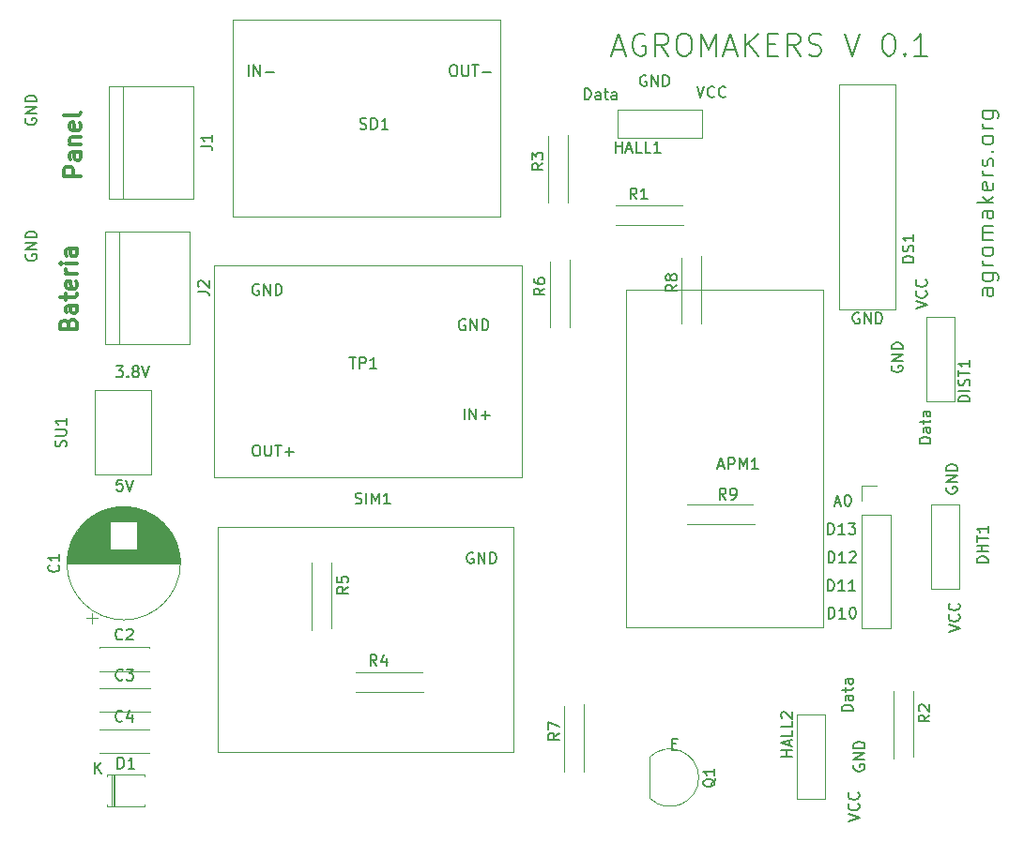
<source format=gbr>
G04 #@! TF.GenerationSoftware,KiCad,Pcbnew,(5.1.5)-3*
G04 #@! TF.CreationDate,2021-01-24T13:34:38-05:00*
G04 #@! TF.ProjectId,DoubLayerSim,446f7562-4c61-4796-9572-53696d2e6b69,rev?*
G04 #@! TF.SameCoordinates,Original*
G04 #@! TF.FileFunction,Legend,Top*
G04 #@! TF.FilePolarity,Positive*
%FSLAX46Y46*%
G04 Gerber Fmt 4.6, Leading zero omitted, Abs format (unit mm)*
G04 Created by KiCad (PCBNEW (5.1.5)-3) date 2021-01-24 13:34:38*
%MOMM*%
%LPD*%
G04 APERTURE LIST*
%ADD10C,0.150000*%
%ADD11C,0.300000*%
%ADD12C,0.120000*%
G04 APERTURE END LIST*
D10*
X180975095Y-70721600D02*
X180879857Y-70673980D01*
X180737000Y-70673980D01*
X180594142Y-70721600D01*
X180498904Y-70816838D01*
X180451285Y-70912076D01*
X180403666Y-71102552D01*
X180403666Y-71245409D01*
X180451285Y-71435885D01*
X180498904Y-71531123D01*
X180594142Y-71626361D01*
X180737000Y-71673980D01*
X180832238Y-71673980D01*
X180975095Y-71626361D01*
X181022714Y-71578742D01*
X181022714Y-71245409D01*
X180832238Y-71245409D01*
X181451285Y-71673980D02*
X181451285Y-70673980D01*
X182022714Y-71673980D01*
X182022714Y-70673980D01*
X182498904Y-71673980D02*
X182498904Y-70673980D01*
X182737000Y-70673980D01*
X182879857Y-70721600D01*
X182975095Y-70816838D01*
X183022714Y-70912076D01*
X183070333Y-71102552D01*
X183070333Y-71245409D01*
X183022714Y-71435885D01*
X182975095Y-71531123D01*
X182879857Y-71626361D01*
X182737000Y-71673980D01*
X182498904Y-71673980D01*
X178211314Y-98293180D02*
X178211314Y-97293180D01*
X178449409Y-97293180D01*
X178592266Y-97340800D01*
X178687504Y-97436038D01*
X178735123Y-97531276D01*
X178782742Y-97721752D01*
X178782742Y-97864609D01*
X178735123Y-98055085D01*
X178687504Y-98150323D01*
X178592266Y-98245561D01*
X178449409Y-98293180D01*
X178211314Y-98293180D01*
X179735123Y-98293180D02*
X179163695Y-98293180D01*
X179449409Y-98293180D02*
X179449409Y-97293180D01*
X179354171Y-97436038D01*
X179258933Y-97531276D01*
X179163695Y-97578895D01*
X180354171Y-97293180D02*
X180449409Y-97293180D01*
X180544647Y-97340800D01*
X180592266Y-97388419D01*
X180639885Y-97483657D01*
X180687504Y-97674133D01*
X180687504Y-97912228D01*
X180639885Y-98102704D01*
X180592266Y-98197942D01*
X180544647Y-98245561D01*
X180449409Y-98293180D01*
X180354171Y-98293180D01*
X180258933Y-98245561D01*
X180211314Y-98197942D01*
X180163695Y-98102704D01*
X180116076Y-97912228D01*
X180116076Y-97674133D01*
X180163695Y-97483657D01*
X180211314Y-97388419D01*
X180258933Y-97340800D01*
X180354171Y-97293180D01*
X178160514Y-95803980D02*
X178160514Y-94803980D01*
X178398609Y-94803980D01*
X178541466Y-94851600D01*
X178636704Y-94946838D01*
X178684323Y-95042076D01*
X178731942Y-95232552D01*
X178731942Y-95375409D01*
X178684323Y-95565885D01*
X178636704Y-95661123D01*
X178541466Y-95756361D01*
X178398609Y-95803980D01*
X178160514Y-95803980D01*
X179684323Y-95803980D02*
X179112895Y-95803980D01*
X179398609Y-95803980D02*
X179398609Y-94803980D01*
X179303371Y-94946838D01*
X179208133Y-95042076D01*
X179112895Y-95089695D01*
X180636704Y-95803980D02*
X180065276Y-95803980D01*
X180350990Y-95803980D02*
X180350990Y-94803980D01*
X180255752Y-94946838D01*
X180160514Y-95042076D01*
X180065276Y-95089695D01*
X178224014Y-93263980D02*
X178224014Y-92263980D01*
X178462109Y-92263980D01*
X178604966Y-92311600D01*
X178700204Y-92406838D01*
X178747823Y-92502076D01*
X178795442Y-92692552D01*
X178795442Y-92835409D01*
X178747823Y-93025885D01*
X178700204Y-93121123D01*
X178604966Y-93216361D01*
X178462109Y-93263980D01*
X178224014Y-93263980D01*
X179747823Y-93263980D02*
X179176395Y-93263980D01*
X179462109Y-93263980D02*
X179462109Y-92263980D01*
X179366871Y-92406838D01*
X179271633Y-92502076D01*
X179176395Y-92549695D01*
X180128776Y-92359219D02*
X180176395Y-92311600D01*
X180271633Y-92263980D01*
X180509728Y-92263980D01*
X180604966Y-92311600D01*
X180652585Y-92359219D01*
X180700204Y-92454457D01*
X180700204Y-92549695D01*
X180652585Y-92692552D01*
X180081157Y-93263980D01*
X180700204Y-93263980D01*
X178185914Y-90698580D02*
X178185914Y-89698580D01*
X178424009Y-89698580D01*
X178566866Y-89746200D01*
X178662104Y-89841438D01*
X178709723Y-89936676D01*
X178757342Y-90127152D01*
X178757342Y-90270009D01*
X178709723Y-90460485D01*
X178662104Y-90555723D01*
X178566866Y-90650961D01*
X178424009Y-90698580D01*
X178185914Y-90698580D01*
X179709723Y-90698580D02*
X179138295Y-90698580D01*
X179424009Y-90698580D02*
X179424009Y-89698580D01*
X179328771Y-89841438D01*
X179233533Y-89936676D01*
X179138295Y-89984295D01*
X180043057Y-89698580D02*
X180662104Y-89698580D01*
X180328771Y-90079533D01*
X180471628Y-90079533D01*
X180566866Y-90127152D01*
X180614485Y-90174771D01*
X180662104Y-90270009D01*
X180662104Y-90508104D01*
X180614485Y-90603342D01*
X180566866Y-90650961D01*
X180471628Y-90698580D01*
X180185914Y-90698580D01*
X180090676Y-90650961D01*
X180043057Y-90603342D01*
X178812914Y-87847466D02*
X179289104Y-87847466D01*
X178717676Y-88133180D02*
X179051009Y-87133180D01*
X179384342Y-88133180D01*
X179908152Y-87133180D02*
X180003390Y-87133180D01*
X180098628Y-87180800D01*
X180146247Y-87228419D01*
X180193866Y-87323657D01*
X180241485Y-87514133D01*
X180241485Y-87752228D01*
X180193866Y-87942704D01*
X180146247Y-88037942D01*
X180098628Y-88085561D01*
X180003390Y-88133180D01*
X179908152Y-88133180D01*
X179812914Y-88085561D01*
X179765295Y-88037942D01*
X179717676Y-87942704D01*
X179670057Y-87752228D01*
X179670057Y-87514133D01*
X179717676Y-87323657D01*
X179765295Y-87228419D01*
X179812914Y-87180800D01*
X179908152Y-87133180D01*
D11*
X109658957Y-71672057D02*
X109730385Y-71457771D01*
X109801814Y-71386342D01*
X109944671Y-71314914D01*
X110158957Y-71314914D01*
X110301814Y-71386342D01*
X110373242Y-71457771D01*
X110444671Y-71600628D01*
X110444671Y-72172057D01*
X108944671Y-72172057D01*
X108944671Y-71672057D01*
X109016100Y-71529200D01*
X109087528Y-71457771D01*
X109230385Y-71386342D01*
X109373242Y-71386342D01*
X109516100Y-71457771D01*
X109587528Y-71529200D01*
X109658957Y-71672057D01*
X109658957Y-72172057D01*
X110444671Y-70029200D02*
X109658957Y-70029200D01*
X109516100Y-70100628D01*
X109444671Y-70243485D01*
X109444671Y-70529200D01*
X109516100Y-70672057D01*
X110373242Y-70029200D02*
X110444671Y-70172057D01*
X110444671Y-70529200D01*
X110373242Y-70672057D01*
X110230385Y-70743485D01*
X110087528Y-70743485D01*
X109944671Y-70672057D01*
X109873242Y-70529200D01*
X109873242Y-70172057D01*
X109801814Y-70029200D01*
X109444671Y-69529200D02*
X109444671Y-68957771D01*
X108944671Y-69314914D02*
X110230385Y-69314914D01*
X110373242Y-69243485D01*
X110444671Y-69100628D01*
X110444671Y-68957771D01*
X110373242Y-67886342D02*
X110444671Y-68029200D01*
X110444671Y-68314914D01*
X110373242Y-68457771D01*
X110230385Y-68529200D01*
X109658957Y-68529200D01*
X109516100Y-68457771D01*
X109444671Y-68314914D01*
X109444671Y-68029200D01*
X109516100Y-67886342D01*
X109658957Y-67814914D01*
X109801814Y-67814914D01*
X109944671Y-68529200D01*
X110444671Y-67172057D02*
X109444671Y-67172057D01*
X109730385Y-67172057D02*
X109587528Y-67100628D01*
X109516100Y-67029200D01*
X109444671Y-66886342D01*
X109444671Y-66743485D01*
X110444671Y-66243485D02*
X109444671Y-66243485D01*
X108944671Y-66243485D02*
X109016100Y-66314914D01*
X109087528Y-66243485D01*
X109016100Y-66172057D01*
X108944671Y-66243485D01*
X109087528Y-66243485D01*
X110444671Y-64886342D02*
X109658957Y-64886342D01*
X109516100Y-64957771D01*
X109444671Y-65100628D01*
X109444671Y-65386342D01*
X109516100Y-65529200D01*
X110373242Y-64886342D02*
X110444671Y-65029200D01*
X110444671Y-65386342D01*
X110373242Y-65529200D01*
X110230385Y-65600628D01*
X110087528Y-65600628D01*
X109944671Y-65529200D01*
X109873242Y-65386342D01*
X109873242Y-65029200D01*
X109801814Y-64886342D01*
X110774871Y-58348214D02*
X109274871Y-58348214D01*
X109274871Y-57776785D01*
X109346300Y-57633928D01*
X109417728Y-57562500D01*
X109560585Y-57491071D01*
X109774871Y-57491071D01*
X109917728Y-57562500D01*
X109989157Y-57633928D01*
X110060585Y-57776785D01*
X110060585Y-58348214D01*
X110774871Y-56205357D02*
X109989157Y-56205357D01*
X109846300Y-56276785D01*
X109774871Y-56419642D01*
X109774871Y-56705357D01*
X109846300Y-56848214D01*
X110703442Y-56205357D02*
X110774871Y-56348214D01*
X110774871Y-56705357D01*
X110703442Y-56848214D01*
X110560585Y-56919642D01*
X110417728Y-56919642D01*
X110274871Y-56848214D01*
X110203442Y-56705357D01*
X110203442Y-56348214D01*
X110132014Y-56205357D01*
X109774871Y-55491071D02*
X110774871Y-55491071D01*
X109917728Y-55491071D02*
X109846300Y-55419642D01*
X109774871Y-55276785D01*
X109774871Y-55062500D01*
X109846300Y-54919642D01*
X109989157Y-54848214D01*
X110774871Y-54848214D01*
X110703442Y-53562500D02*
X110774871Y-53705357D01*
X110774871Y-53991071D01*
X110703442Y-54133928D01*
X110560585Y-54205357D01*
X109989157Y-54205357D01*
X109846300Y-54133928D01*
X109774871Y-53991071D01*
X109774871Y-53705357D01*
X109846300Y-53562500D01*
X109989157Y-53491071D01*
X110132014Y-53491071D01*
X110274871Y-54205357D01*
X110774871Y-52633928D02*
X110703442Y-52776785D01*
X110560585Y-52848214D01*
X109274871Y-52848214D01*
D10*
X193096271Y-68486171D02*
X192310557Y-68486171D01*
X192167700Y-68557600D01*
X192096271Y-68700457D01*
X192096271Y-68986171D01*
X192167700Y-69129028D01*
X193024842Y-68486171D02*
X193096271Y-68629028D01*
X193096271Y-68986171D01*
X193024842Y-69129028D01*
X192881985Y-69200457D01*
X192739128Y-69200457D01*
X192596271Y-69129028D01*
X192524842Y-68986171D01*
X192524842Y-68629028D01*
X192453414Y-68486171D01*
X192096271Y-67129028D02*
X193310557Y-67129028D01*
X193453414Y-67200457D01*
X193524842Y-67271885D01*
X193596271Y-67414742D01*
X193596271Y-67629028D01*
X193524842Y-67771885D01*
X193024842Y-67129028D02*
X193096271Y-67271885D01*
X193096271Y-67557600D01*
X193024842Y-67700457D01*
X192953414Y-67771885D01*
X192810557Y-67843314D01*
X192381985Y-67843314D01*
X192239128Y-67771885D01*
X192167700Y-67700457D01*
X192096271Y-67557600D01*
X192096271Y-67271885D01*
X192167700Y-67129028D01*
X193096271Y-66414742D02*
X192096271Y-66414742D01*
X192381985Y-66414742D02*
X192239128Y-66343314D01*
X192167700Y-66271885D01*
X192096271Y-66129028D01*
X192096271Y-65986171D01*
X193096271Y-65271885D02*
X193024842Y-65414742D01*
X192953414Y-65486171D01*
X192810557Y-65557600D01*
X192381985Y-65557600D01*
X192239128Y-65486171D01*
X192167700Y-65414742D01*
X192096271Y-65271885D01*
X192096271Y-65057600D01*
X192167700Y-64914742D01*
X192239128Y-64843314D01*
X192381985Y-64771885D01*
X192810557Y-64771885D01*
X192953414Y-64843314D01*
X193024842Y-64914742D01*
X193096271Y-65057600D01*
X193096271Y-65271885D01*
X193096271Y-64129028D02*
X192096271Y-64129028D01*
X192239128Y-64129028D02*
X192167700Y-64057600D01*
X192096271Y-63914742D01*
X192096271Y-63700457D01*
X192167700Y-63557600D01*
X192310557Y-63486171D01*
X193096271Y-63486171D01*
X192310557Y-63486171D02*
X192167700Y-63414742D01*
X192096271Y-63271885D01*
X192096271Y-63057600D01*
X192167700Y-62914742D01*
X192310557Y-62843314D01*
X193096271Y-62843314D01*
X193096271Y-61486171D02*
X192310557Y-61486171D01*
X192167700Y-61557600D01*
X192096271Y-61700457D01*
X192096271Y-61986171D01*
X192167700Y-62129028D01*
X193024842Y-61486171D02*
X193096271Y-61629028D01*
X193096271Y-61986171D01*
X193024842Y-62129028D01*
X192881985Y-62200457D01*
X192739128Y-62200457D01*
X192596271Y-62129028D01*
X192524842Y-61986171D01*
X192524842Y-61629028D01*
X192453414Y-61486171D01*
X193096271Y-60771885D02*
X191596271Y-60771885D01*
X192524842Y-60629028D02*
X193096271Y-60200457D01*
X192096271Y-60200457D02*
X192667700Y-60771885D01*
X193024842Y-58986171D02*
X193096271Y-59129028D01*
X193096271Y-59414742D01*
X193024842Y-59557600D01*
X192881985Y-59629028D01*
X192310557Y-59629028D01*
X192167700Y-59557600D01*
X192096271Y-59414742D01*
X192096271Y-59129028D01*
X192167700Y-58986171D01*
X192310557Y-58914742D01*
X192453414Y-58914742D01*
X192596271Y-59629028D01*
X193096271Y-58271885D02*
X192096271Y-58271885D01*
X192381985Y-58271885D02*
X192239128Y-58200457D01*
X192167700Y-58129028D01*
X192096271Y-57986171D01*
X192096271Y-57843314D01*
X193024842Y-57414742D02*
X193096271Y-57271885D01*
X193096271Y-56986171D01*
X193024842Y-56843314D01*
X192881985Y-56771885D01*
X192810557Y-56771885D01*
X192667700Y-56843314D01*
X192596271Y-56986171D01*
X192596271Y-57200457D01*
X192524842Y-57343314D01*
X192381985Y-57414742D01*
X192310557Y-57414742D01*
X192167700Y-57343314D01*
X192096271Y-57200457D01*
X192096271Y-56986171D01*
X192167700Y-56843314D01*
X192953414Y-56129028D02*
X193024842Y-56057600D01*
X193096271Y-56129028D01*
X193024842Y-56200457D01*
X192953414Y-56129028D01*
X193096271Y-56129028D01*
X193096271Y-55200457D02*
X193024842Y-55343314D01*
X192953414Y-55414742D01*
X192810557Y-55486171D01*
X192381985Y-55486171D01*
X192239128Y-55414742D01*
X192167700Y-55343314D01*
X192096271Y-55200457D01*
X192096271Y-54986171D01*
X192167700Y-54843314D01*
X192239128Y-54771885D01*
X192381985Y-54700457D01*
X192810557Y-54700457D01*
X192953414Y-54771885D01*
X193024842Y-54843314D01*
X193096271Y-54986171D01*
X193096271Y-55200457D01*
X193096271Y-54057600D02*
X192096271Y-54057600D01*
X192381985Y-54057600D02*
X192239128Y-53986171D01*
X192167700Y-53914742D01*
X192096271Y-53771885D01*
X192096271Y-53629028D01*
X192096271Y-52486171D02*
X193310557Y-52486171D01*
X193453414Y-52557600D01*
X193524842Y-52629028D01*
X193596271Y-52771885D01*
X193596271Y-52986171D01*
X193524842Y-53129028D01*
X193024842Y-52486171D02*
X193096271Y-52629028D01*
X193096271Y-52914742D01*
X193024842Y-53057600D01*
X192953414Y-53129028D01*
X192810557Y-53200457D01*
X192381985Y-53200457D01*
X192239128Y-53129028D01*
X192167700Y-53057600D01*
X192096271Y-52914742D01*
X192096271Y-52629028D01*
X192167700Y-52486171D01*
X158818442Y-46929633D02*
X159770823Y-46929633D01*
X158627966Y-47501061D02*
X159294633Y-45501061D01*
X159961300Y-47501061D01*
X161675585Y-45596300D02*
X161485109Y-45501061D01*
X161199395Y-45501061D01*
X160913680Y-45596300D01*
X160723204Y-45786776D01*
X160627966Y-45977252D01*
X160532728Y-46358204D01*
X160532728Y-46643919D01*
X160627966Y-47024871D01*
X160723204Y-47215347D01*
X160913680Y-47405823D01*
X161199395Y-47501061D01*
X161389871Y-47501061D01*
X161675585Y-47405823D01*
X161770823Y-47310585D01*
X161770823Y-46643919D01*
X161389871Y-46643919D01*
X163770823Y-47501061D02*
X163104157Y-46548680D01*
X162627966Y-47501061D02*
X162627966Y-45501061D01*
X163389871Y-45501061D01*
X163580347Y-45596300D01*
X163675585Y-45691538D01*
X163770823Y-45882014D01*
X163770823Y-46167728D01*
X163675585Y-46358204D01*
X163580347Y-46453442D01*
X163389871Y-46548680D01*
X162627966Y-46548680D01*
X165008919Y-45501061D02*
X165389871Y-45501061D01*
X165580347Y-45596300D01*
X165770823Y-45786776D01*
X165866061Y-46167728D01*
X165866061Y-46834395D01*
X165770823Y-47215347D01*
X165580347Y-47405823D01*
X165389871Y-47501061D01*
X165008919Y-47501061D01*
X164818442Y-47405823D01*
X164627966Y-47215347D01*
X164532728Y-46834395D01*
X164532728Y-46167728D01*
X164627966Y-45786776D01*
X164818442Y-45596300D01*
X165008919Y-45501061D01*
X166723204Y-47501061D02*
X166723204Y-45501061D01*
X167389871Y-46929633D01*
X168056538Y-45501061D01*
X168056538Y-47501061D01*
X168913680Y-46929633D02*
X169866061Y-46929633D01*
X168723204Y-47501061D02*
X169389871Y-45501061D01*
X170056538Y-47501061D01*
X170723204Y-47501061D02*
X170723204Y-45501061D01*
X171866061Y-47501061D02*
X171008919Y-46358204D01*
X171866061Y-45501061D02*
X170723204Y-46643919D01*
X172723204Y-46453442D02*
X173389871Y-46453442D01*
X173675585Y-47501061D02*
X172723204Y-47501061D01*
X172723204Y-45501061D01*
X173675585Y-45501061D01*
X175675585Y-47501061D02*
X175008919Y-46548680D01*
X174532728Y-47501061D02*
X174532728Y-45501061D01*
X175294633Y-45501061D01*
X175485109Y-45596300D01*
X175580347Y-45691538D01*
X175675585Y-45882014D01*
X175675585Y-46167728D01*
X175580347Y-46358204D01*
X175485109Y-46453442D01*
X175294633Y-46548680D01*
X174532728Y-46548680D01*
X176437490Y-47405823D02*
X176723204Y-47501061D01*
X177199395Y-47501061D01*
X177389871Y-47405823D01*
X177485109Y-47310585D01*
X177580347Y-47120109D01*
X177580347Y-46929633D01*
X177485109Y-46739157D01*
X177389871Y-46643919D01*
X177199395Y-46548680D01*
X176818442Y-46453442D01*
X176627966Y-46358204D01*
X176532728Y-46262966D01*
X176437490Y-46072490D01*
X176437490Y-45882014D01*
X176532728Y-45691538D01*
X176627966Y-45596300D01*
X176818442Y-45501061D01*
X177294633Y-45501061D01*
X177580347Y-45596300D01*
X179675585Y-45501061D02*
X180342252Y-47501061D01*
X181008919Y-45501061D01*
X183580347Y-45501061D02*
X183770823Y-45501061D01*
X183961300Y-45596300D01*
X184056538Y-45691538D01*
X184151776Y-45882014D01*
X184247014Y-46262966D01*
X184247014Y-46739157D01*
X184151776Y-47120109D01*
X184056538Y-47310585D01*
X183961300Y-47405823D01*
X183770823Y-47501061D01*
X183580347Y-47501061D01*
X183389871Y-47405823D01*
X183294633Y-47310585D01*
X183199395Y-47120109D01*
X183104157Y-46739157D01*
X183104157Y-46262966D01*
X183199395Y-45882014D01*
X183294633Y-45691538D01*
X183389871Y-45596300D01*
X183580347Y-45501061D01*
X185104157Y-47310585D02*
X185199395Y-47405823D01*
X185104157Y-47501061D01*
X185008919Y-47405823D01*
X185104157Y-47310585D01*
X185104157Y-47501061D01*
X187104157Y-47501061D02*
X185961300Y-47501061D01*
X186532728Y-47501061D02*
X186532728Y-45501061D01*
X186342252Y-45786776D01*
X186151776Y-45977252D01*
X185961300Y-46072490D01*
X180008280Y-116598533D02*
X181008280Y-116265200D01*
X180008280Y-115931866D01*
X180913042Y-115027104D02*
X180960661Y-115074723D01*
X181008280Y-115217580D01*
X181008280Y-115312819D01*
X180960661Y-115455676D01*
X180865423Y-115550914D01*
X180770185Y-115598533D01*
X180579709Y-115646152D01*
X180436852Y-115646152D01*
X180246376Y-115598533D01*
X180151138Y-115550914D01*
X180055900Y-115455676D01*
X180008280Y-115312819D01*
X180008280Y-115217580D01*
X180055900Y-115074723D01*
X180103519Y-115027104D01*
X180913042Y-114027104D02*
X180960661Y-114074723D01*
X181008280Y-114217580D01*
X181008280Y-114312819D01*
X180960661Y-114455676D01*
X180865423Y-114550914D01*
X180770185Y-114598533D01*
X180579709Y-114646152D01*
X180436852Y-114646152D01*
X180246376Y-114598533D01*
X180151138Y-114550914D01*
X180055900Y-114455676D01*
X180008280Y-114312819D01*
X180008280Y-114217580D01*
X180055900Y-114074723D01*
X180103519Y-114027104D01*
X186104280Y-70294333D02*
X187104280Y-69961000D01*
X186104280Y-69627666D01*
X187009042Y-68722904D02*
X187056661Y-68770523D01*
X187104280Y-68913380D01*
X187104280Y-69008619D01*
X187056661Y-69151476D01*
X186961423Y-69246714D01*
X186866185Y-69294333D01*
X186675709Y-69341952D01*
X186532852Y-69341952D01*
X186342376Y-69294333D01*
X186247138Y-69246714D01*
X186151900Y-69151476D01*
X186104280Y-69008619D01*
X186104280Y-68913380D01*
X186151900Y-68770523D01*
X186199519Y-68722904D01*
X187009042Y-67722904D02*
X187056661Y-67770523D01*
X187104280Y-67913380D01*
X187104280Y-68008619D01*
X187056661Y-68151476D01*
X186961423Y-68246714D01*
X186866185Y-68294333D01*
X186675709Y-68341952D01*
X186532852Y-68341952D01*
X186342376Y-68294333D01*
X186247138Y-68246714D01*
X186151900Y-68151476D01*
X186104280Y-68008619D01*
X186104280Y-67913380D01*
X186151900Y-67770523D01*
X186199519Y-67722904D01*
X166357466Y-50252380D02*
X166690800Y-51252380D01*
X167024133Y-50252380D01*
X167928895Y-51157142D02*
X167881276Y-51204761D01*
X167738419Y-51252380D01*
X167643180Y-51252380D01*
X167500323Y-51204761D01*
X167405085Y-51109523D01*
X167357466Y-51014285D01*
X167309847Y-50823809D01*
X167309847Y-50680952D01*
X167357466Y-50490476D01*
X167405085Y-50395238D01*
X167500323Y-50300000D01*
X167643180Y-50252380D01*
X167738419Y-50252380D01*
X167881276Y-50300000D01*
X167928895Y-50347619D01*
X168928895Y-51157142D02*
X168881276Y-51204761D01*
X168738419Y-51252380D01*
X168643180Y-51252380D01*
X168500323Y-51204761D01*
X168405085Y-51109523D01*
X168357466Y-51014285D01*
X168309847Y-50823809D01*
X168309847Y-50680952D01*
X168357466Y-50490476D01*
X168405085Y-50395238D01*
X168500323Y-50300000D01*
X168643180Y-50252380D01*
X168738419Y-50252380D01*
X168881276Y-50300000D01*
X168928895Y-50347619D01*
X164111014Y-109631171D02*
X164444347Y-109631171D01*
X164587204Y-110154980D02*
X164111014Y-110154980D01*
X164111014Y-109154980D01*
X164587204Y-109154980D01*
X145377042Y-80335380D02*
X145377042Y-79335380D01*
X145853233Y-80335380D02*
X145853233Y-79335380D01*
X146424661Y-80335380D01*
X146424661Y-79335380D01*
X146900852Y-79954428D02*
X147662757Y-79954428D01*
X147281804Y-80335380D02*
X147281804Y-79573476D01*
X126523952Y-82637380D02*
X126714428Y-82637380D01*
X126809666Y-82685000D01*
X126904904Y-82780238D01*
X126952523Y-82970714D01*
X126952523Y-83304047D01*
X126904904Y-83494523D01*
X126809666Y-83589761D01*
X126714428Y-83637380D01*
X126523952Y-83637380D01*
X126428714Y-83589761D01*
X126333476Y-83494523D01*
X126285857Y-83304047D01*
X126285857Y-82970714D01*
X126333476Y-82780238D01*
X126428714Y-82685000D01*
X126523952Y-82637380D01*
X127381095Y-82637380D02*
X127381095Y-83446904D01*
X127428714Y-83542142D01*
X127476333Y-83589761D01*
X127571571Y-83637380D01*
X127762047Y-83637380D01*
X127857285Y-83589761D01*
X127904904Y-83542142D01*
X127952523Y-83446904D01*
X127952523Y-82637380D01*
X128285857Y-82637380D02*
X128857285Y-82637380D01*
X128571571Y-83637380D02*
X128571571Y-82637380D01*
X129190619Y-83256428D02*
X129952523Y-83256428D01*
X129571571Y-83637380D02*
X129571571Y-82875476D01*
X146164395Y-92387800D02*
X146069157Y-92340180D01*
X145926300Y-92340180D01*
X145783442Y-92387800D01*
X145688204Y-92483038D01*
X145640585Y-92578276D01*
X145592966Y-92768752D01*
X145592966Y-92911609D01*
X145640585Y-93102085D01*
X145688204Y-93197323D01*
X145783442Y-93292561D01*
X145926300Y-93340180D01*
X146021538Y-93340180D01*
X146164395Y-93292561D01*
X146212014Y-93244942D01*
X146212014Y-92911609D01*
X146021538Y-92911609D01*
X146640585Y-93340180D02*
X146640585Y-92340180D01*
X147212014Y-93340180D01*
X147212014Y-92340180D01*
X147688204Y-93340180D02*
X147688204Y-92340180D01*
X147926300Y-92340180D01*
X148069157Y-92387800D01*
X148164395Y-92483038D01*
X148212014Y-92578276D01*
X148259633Y-92768752D01*
X148259633Y-92911609D01*
X148212014Y-93102085D01*
X148164395Y-93197323D01*
X148069157Y-93292561D01*
X147926300Y-93340180D01*
X147688204Y-93340180D01*
X113954109Y-75513180D02*
X114573157Y-75513180D01*
X114239823Y-75894133D01*
X114382680Y-75894133D01*
X114477919Y-75941752D01*
X114525538Y-75989371D01*
X114573157Y-76084609D01*
X114573157Y-76322704D01*
X114525538Y-76417942D01*
X114477919Y-76465561D01*
X114382680Y-76513180D01*
X114096966Y-76513180D01*
X114001728Y-76465561D01*
X113954109Y-76417942D01*
X115001728Y-76417942D02*
X115049347Y-76465561D01*
X115001728Y-76513180D01*
X114954109Y-76465561D01*
X115001728Y-76417942D01*
X115001728Y-76513180D01*
X115620776Y-75941752D02*
X115525538Y-75894133D01*
X115477919Y-75846514D01*
X115430300Y-75751276D01*
X115430300Y-75703657D01*
X115477919Y-75608419D01*
X115525538Y-75560800D01*
X115620776Y-75513180D01*
X115811252Y-75513180D01*
X115906490Y-75560800D01*
X115954109Y-75608419D01*
X116001728Y-75703657D01*
X116001728Y-75751276D01*
X115954109Y-75846514D01*
X115906490Y-75894133D01*
X115811252Y-75941752D01*
X115620776Y-75941752D01*
X115525538Y-75989371D01*
X115477919Y-76036990D01*
X115430300Y-76132228D01*
X115430300Y-76322704D01*
X115477919Y-76417942D01*
X115525538Y-76465561D01*
X115620776Y-76513180D01*
X115811252Y-76513180D01*
X115906490Y-76465561D01*
X115954109Y-76417942D01*
X116001728Y-76322704D01*
X116001728Y-76132228D01*
X115954109Y-76036990D01*
X115906490Y-75989371D01*
X115811252Y-75941752D01*
X116287442Y-75513180D02*
X116620776Y-76513180D01*
X116954109Y-75513180D01*
X114528623Y-85786980D02*
X114052433Y-85786980D01*
X114004814Y-86263171D01*
X114052433Y-86215552D01*
X114147671Y-86167933D01*
X114385766Y-86167933D01*
X114481004Y-86215552D01*
X114528623Y-86263171D01*
X114576242Y-86358409D01*
X114576242Y-86596504D01*
X114528623Y-86691742D01*
X114481004Y-86739361D01*
X114385766Y-86786980D01*
X114147671Y-86786980D01*
X114052433Y-86739361D01*
X114004814Y-86691742D01*
X114861957Y-85786980D02*
X115195290Y-86786980D01*
X115528623Y-85786980D01*
X145453195Y-71331200D02*
X145357957Y-71283580D01*
X145215100Y-71283580D01*
X145072242Y-71331200D01*
X144977004Y-71426438D01*
X144929385Y-71521676D01*
X144881766Y-71712152D01*
X144881766Y-71855009D01*
X144929385Y-72045485D01*
X144977004Y-72140723D01*
X145072242Y-72235961D01*
X145215100Y-72283580D01*
X145310338Y-72283580D01*
X145453195Y-72235961D01*
X145500814Y-72188342D01*
X145500814Y-71855009D01*
X145310338Y-71855009D01*
X145929385Y-72283580D02*
X145929385Y-71283580D01*
X146500814Y-72283580D01*
X146500814Y-71283580D01*
X146977004Y-72283580D02*
X146977004Y-71283580D01*
X147215100Y-71283580D01*
X147357957Y-71331200D01*
X147453195Y-71426438D01*
X147500814Y-71521676D01*
X147548433Y-71712152D01*
X147548433Y-71855009D01*
X147500814Y-72045485D01*
X147453195Y-72140723D01*
X147357957Y-72235961D01*
X147215100Y-72283580D01*
X146977004Y-72283580D01*
X126822295Y-68143500D02*
X126727057Y-68095880D01*
X126584200Y-68095880D01*
X126441342Y-68143500D01*
X126346104Y-68238738D01*
X126298485Y-68333976D01*
X126250866Y-68524452D01*
X126250866Y-68667309D01*
X126298485Y-68857785D01*
X126346104Y-68953023D01*
X126441342Y-69048261D01*
X126584200Y-69095880D01*
X126679438Y-69095880D01*
X126822295Y-69048261D01*
X126869914Y-69000642D01*
X126869914Y-68667309D01*
X126679438Y-68667309D01*
X127298485Y-69095880D02*
X127298485Y-68095880D01*
X127869914Y-69095880D01*
X127869914Y-68095880D01*
X128346104Y-69095880D02*
X128346104Y-68095880D01*
X128584200Y-68095880D01*
X128727057Y-68143500D01*
X128822295Y-68238738D01*
X128869914Y-68333976D01*
X128917533Y-68524452D01*
X128917533Y-68667309D01*
X128869914Y-68857785D01*
X128822295Y-68953023D01*
X128727057Y-69048261D01*
X128584200Y-69095880D01*
X128346104Y-69095880D01*
X144316652Y-48321980D02*
X144507128Y-48321980D01*
X144602366Y-48369600D01*
X144697604Y-48464838D01*
X144745223Y-48655314D01*
X144745223Y-48988647D01*
X144697604Y-49179123D01*
X144602366Y-49274361D01*
X144507128Y-49321980D01*
X144316652Y-49321980D01*
X144221414Y-49274361D01*
X144126176Y-49179123D01*
X144078557Y-48988647D01*
X144078557Y-48655314D01*
X144126176Y-48464838D01*
X144221414Y-48369600D01*
X144316652Y-48321980D01*
X145173795Y-48321980D02*
X145173795Y-49131504D01*
X145221414Y-49226742D01*
X145269033Y-49274361D01*
X145364271Y-49321980D01*
X145554747Y-49321980D01*
X145649985Y-49274361D01*
X145697604Y-49226742D01*
X145745223Y-49131504D01*
X145745223Y-48321980D01*
X146078557Y-48321980D02*
X146649985Y-48321980D01*
X146364271Y-49321980D02*
X146364271Y-48321980D01*
X146983319Y-48941028D02*
X147745223Y-48941028D01*
X125895242Y-49321980D02*
X125895242Y-48321980D01*
X126371433Y-49321980D02*
X126371433Y-48321980D01*
X126942861Y-49321980D01*
X126942861Y-48321980D01*
X127419052Y-48941028D02*
X128180957Y-48941028D01*
X105811700Y-53162104D02*
X105764080Y-53257342D01*
X105764080Y-53400200D01*
X105811700Y-53543057D01*
X105906938Y-53638295D01*
X106002176Y-53685914D01*
X106192652Y-53733533D01*
X106335509Y-53733533D01*
X106525985Y-53685914D01*
X106621223Y-53638295D01*
X106716461Y-53543057D01*
X106764080Y-53400200D01*
X106764080Y-53304961D01*
X106716461Y-53162104D01*
X106668842Y-53114485D01*
X106335509Y-53114485D01*
X106335509Y-53304961D01*
X106764080Y-52685914D02*
X105764080Y-52685914D01*
X106764080Y-52114485D01*
X105764080Y-52114485D01*
X106764080Y-51638295D02*
X105764080Y-51638295D01*
X105764080Y-51400200D01*
X105811700Y-51257342D01*
X105906938Y-51162104D01*
X106002176Y-51114485D01*
X106192652Y-51066866D01*
X106335509Y-51066866D01*
X106525985Y-51114485D01*
X106621223Y-51162104D01*
X106716461Y-51257342D01*
X106764080Y-51400200D01*
X106764080Y-51638295D01*
X105849800Y-65430304D02*
X105802180Y-65525542D01*
X105802180Y-65668400D01*
X105849800Y-65811257D01*
X105945038Y-65906495D01*
X106040276Y-65954114D01*
X106230752Y-66001733D01*
X106373609Y-66001733D01*
X106564085Y-65954114D01*
X106659323Y-65906495D01*
X106754561Y-65811257D01*
X106802180Y-65668400D01*
X106802180Y-65573161D01*
X106754561Y-65430304D01*
X106706942Y-65382685D01*
X106373609Y-65382685D01*
X106373609Y-65573161D01*
X106802180Y-64954114D02*
X105802180Y-64954114D01*
X106802180Y-64382685D01*
X105802180Y-64382685D01*
X106802180Y-63906495D02*
X105802180Y-63906495D01*
X105802180Y-63668400D01*
X105849800Y-63525542D01*
X105945038Y-63430304D01*
X106040276Y-63382685D01*
X106230752Y-63335066D01*
X106373609Y-63335066D01*
X106564085Y-63382685D01*
X106659323Y-63430304D01*
X106754561Y-63525542D01*
X106802180Y-63668400D01*
X106802180Y-63906495D01*
D12*
X122821700Y-85572600D02*
X150558500Y-85572600D01*
X122821700Y-66421000D02*
X122821700Y-85572600D01*
X150558500Y-66421000D02*
X122821700Y-66421000D01*
X150558500Y-85572600D02*
X150558500Y-66421000D01*
X162068900Y-110874400D02*
X162068900Y-114474400D01*
X162080422Y-110835922D02*
G75*
G02X166518900Y-112674400I1838478J-1838478D01*
G01*
X162080422Y-114512878D02*
G75*
G03X166518900Y-112674400I1838478J1838478D01*
G01*
X159054800Y-62801500D02*
X165150800Y-62801500D01*
X159054800Y-61023500D02*
X165023800Y-61023500D01*
X131635500Y-93243400D02*
X131635500Y-99339400D01*
X133413500Y-93243400D02*
X133413500Y-99212400D01*
X135610600Y-104927400D02*
X141706600Y-104927400D01*
X135610600Y-103149400D02*
X141579600Y-103149400D01*
X184086500Y-104825800D02*
X184086500Y-110921800D01*
X185864500Y-104825800D02*
X185864500Y-110794800D01*
X159931100Y-99098100D02*
X159931100Y-68618100D01*
X177711100Y-99098100D02*
X159931100Y-99098100D01*
X177711100Y-68618100D02*
X177711100Y-99098100D01*
X159931100Y-68618100D02*
X177711100Y-68618100D01*
X189992000Y-95592900D02*
X187452000Y-95592900D01*
X189992000Y-87972900D02*
X189992000Y-95592900D01*
X187452000Y-87972900D02*
X189992000Y-87972900D01*
X187452000Y-95592900D02*
X187452000Y-87972900D01*
X187083700Y-71043800D02*
X189623700Y-71043800D01*
X189623700Y-78663800D02*
X187083700Y-78663800D01*
X187083700Y-78663800D02*
X187083700Y-71043800D01*
X189623700Y-71043800D02*
X189623700Y-78663800D01*
X179184300Y-50114200D02*
X184264300Y-50114200D01*
X179184300Y-70434200D02*
X179184300Y-50114200D01*
X184264300Y-70434200D02*
X179184300Y-70434200D01*
X184264300Y-50114200D02*
X184264300Y-70434200D01*
X166852600Y-52336700D02*
X166852600Y-54876700D01*
X159232600Y-54876700D02*
X159232600Y-52336700D01*
X159232600Y-52336700D02*
X166852600Y-52336700D01*
X166852600Y-54876700D02*
X159232600Y-54876700D01*
X175374300Y-114630200D02*
X175374300Y-107010200D01*
X177914300Y-107010200D02*
X177914300Y-114630200D01*
X175374300Y-107010200D02*
X177914300Y-107010200D01*
X177914300Y-114630200D02*
X175374300Y-114630200D01*
X114566700Y-60388500D02*
X114566700Y-50228500D01*
X113296700Y-60388500D02*
X120916700Y-60388500D01*
X120916700Y-60388500D02*
X120916700Y-50228500D01*
X120916700Y-50228500D02*
X113296700Y-50228500D01*
X113296700Y-50228500D02*
X113296700Y-60388500D01*
X113004600Y-63373000D02*
X113004600Y-73533000D01*
X120624600Y-63373000D02*
X113004600Y-63373000D01*
X120624600Y-73533000D02*
X120624600Y-63373000D01*
X113004600Y-73533000D02*
X120624600Y-73533000D01*
X114274600Y-73533000D02*
X114274600Y-63373000D01*
X124523500Y-44272200D02*
X148653500Y-44272200D01*
X148653500Y-44272200D02*
X148653500Y-62052200D01*
X148653500Y-62052200D02*
X124523500Y-62052200D01*
X124523500Y-62052200D02*
X124523500Y-44272200D01*
X149821900Y-90043000D02*
X149821900Y-110363000D01*
X123151900Y-90043000D02*
X149821900Y-90043000D01*
X123151900Y-110363000D02*
X123151900Y-90043000D01*
X149821900Y-110363000D02*
X123151900Y-110363000D01*
X112052100Y-77698600D02*
X117132100Y-77698600D01*
X112052100Y-85318600D02*
X112052100Y-77698600D01*
X117132100Y-85318600D02*
X112052100Y-85318600D01*
X117132100Y-77698600D02*
X117132100Y-85318600D01*
X119762900Y-93308800D02*
G75*
G03X119762900Y-93308800I-5120000J0D01*
G01*
X109562900Y-93308800D02*
X119722900Y-93308800D01*
X109562900Y-93268800D02*
X119722900Y-93268800D01*
X109562900Y-93228800D02*
X119722900Y-93228800D01*
X109563900Y-93188800D02*
X119721900Y-93188800D01*
X109564900Y-93148800D02*
X119720900Y-93148800D01*
X109565900Y-93108800D02*
X119719900Y-93108800D01*
X109567900Y-93068800D02*
X119717900Y-93068800D01*
X109569900Y-93028800D02*
X119715900Y-93028800D01*
X109572900Y-92988800D02*
X119712900Y-92988800D01*
X109574900Y-92948800D02*
X119710900Y-92948800D01*
X109577900Y-92908800D02*
X119707900Y-92908800D01*
X109580900Y-92868800D02*
X119704900Y-92868800D01*
X109584900Y-92828800D02*
X119700900Y-92828800D01*
X109588900Y-92788800D02*
X119696900Y-92788800D01*
X109592900Y-92748800D02*
X119692900Y-92748800D01*
X109597900Y-92708800D02*
X119687900Y-92708800D01*
X109602900Y-92668800D02*
X119682900Y-92668800D01*
X109607900Y-92628800D02*
X119677900Y-92628800D01*
X109612900Y-92587800D02*
X119672900Y-92587800D01*
X109618900Y-92547800D02*
X119666900Y-92547800D01*
X109624900Y-92507800D02*
X119660900Y-92507800D01*
X109631900Y-92467800D02*
X119653900Y-92467800D01*
X109638900Y-92427800D02*
X119646900Y-92427800D01*
X109645900Y-92387800D02*
X119639900Y-92387800D01*
X109652900Y-92347800D02*
X119632900Y-92347800D01*
X109660900Y-92307800D02*
X119624900Y-92307800D01*
X109668900Y-92267800D02*
X119616900Y-92267800D01*
X109677900Y-92227800D02*
X119607900Y-92227800D01*
X109686900Y-92187800D02*
X119598900Y-92187800D01*
X109695900Y-92147800D02*
X119589900Y-92147800D01*
X109704900Y-92107800D02*
X119580900Y-92107800D01*
X109714900Y-92067800D02*
X119570900Y-92067800D01*
X109724900Y-92027800D02*
X113401900Y-92027800D01*
X115883900Y-92027800D02*
X119560900Y-92027800D01*
X109735900Y-91987800D02*
X113401900Y-91987800D01*
X115883900Y-91987800D02*
X119549900Y-91987800D01*
X109745900Y-91947800D02*
X113401900Y-91947800D01*
X115883900Y-91947800D02*
X119539900Y-91947800D01*
X109757900Y-91907800D02*
X113401900Y-91907800D01*
X115883900Y-91907800D02*
X119527900Y-91907800D01*
X109768900Y-91867800D02*
X113401900Y-91867800D01*
X115883900Y-91867800D02*
X119516900Y-91867800D01*
X109780900Y-91827800D02*
X113401900Y-91827800D01*
X115883900Y-91827800D02*
X119504900Y-91827800D01*
X109792900Y-91787800D02*
X113401900Y-91787800D01*
X115883900Y-91787800D02*
X119492900Y-91787800D01*
X109805900Y-91747800D02*
X113401900Y-91747800D01*
X115883900Y-91747800D02*
X119479900Y-91747800D01*
X109818900Y-91707800D02*
X113401900Y-91707800D01*
X115883900Y-91707800D02*
X119466900Y-91707800D01*
X109831900Y-91667800D02*
X113401900Y-91667800D01*
X115883900Y-91667800D02*
X119453900Y-91667800D01*
X109845900Y-91627800D02*
X113401900Y-91627800D01*
X115883900Y-91627800D02*
X119439900Y-91627800D01*
X109859900Y-91587800D02*
X113401900Y-91587800D01*
X115883900Y-91587800D02*
X119425900Y-91587800D01*
X109874900Y-91547800D02*
X113401900Y-91547800D01*
X115883900Y-91547800D02*
X119410900Y-91547800D01*
X109888900Y-91507800D02*
X113401900Y-91507800D01*
X115883900Y-91507800D02*
X119396900Y-91507800D01*
X109904900Y-91467800D02*
X113401900Y-91467800D01*
X115883900Y-91467800D02*
X119380900Y-91467800D01*
X109919900Y-91427800D02*
X113401900Y-91427800D01*
X115883900Y-91427800D02*
X119365900Y-91427800D01*
X109935900Y-91387800D02*
X113401900Y-91387800D01*
X115883900Y-91387800D02*
X119349900Y-91387800D01*
X109952900Y-91347800D02*
X113401900Y-91347800D01*
X115883900Y-91347800D02*
X119332900Y-91347800D01*
X109968900Y-91307800D02*
X113401900Y-91307800D01*
X115883900Y-91307800D02*
X119316900Y-91307800D01*
X109985900Y-91267800D02*
X113401900Y-91267800D01*
X115883900Y-91267800D02*
X119299900Y-91267800D01*
X110003900Y-91227800D02*
X113401900Y-91227800D01*
X115883900Y-91227800D02*
X119281900Y-91227800D01*
X110021900Y-91187800D02*
X113401900Y-91187800D01*
X115883900Y-91187800D02*
X119263900Y-91187800D01*
X110039900Y-91147800D02*
X113401900Y-91147800D01*
X115883900Y-91147800D02*
X119245900Y-91147800D01*
X110058900Y-91107800D02*
X113401900Y-91107800D01*
X115883900Y-91107800D02*
X119226900Y-91107800D01*
X110078900Y-91067800D02*
X113401900Y-91067800D01*
X115883900Y-91067800D02*
X119206900Y-91067800D01*
X110097900Y-91027800D02*
X113401900Y-91027800D01*
X115883900Y-91027800D02*
X119187900Y-91027800D01*
X110117900Y-90987800D02*
X113401900Y-90987800D01*
X115883900Y-90987800D02*
X119167900Y-90987800D01*
X110138900Y-90947800D02*
X113401900Y-90947800D01*
X115883900Y-90947800D02*
X119146900Y-90947800D01*
X110159900Y-90907800D02*
X113401900Y-90907800D01*
X115883900Y-90907800D02*
X119125900Y-90907800D01*
X110180900Y-90867800D02*
X113401900Y-90867800D01*
X115883900Y-90867800D02*
X119104900Y-90867800D01*
X110202900Y-90827800D02*
X113401900Y-90827800D01*
X115883900Y-90827800D02*
X119082900Y-90827800D01*
X110225900Y-90787800D02*
X113401900Y-90787800D01*
X115883900Y-90787800D02*
X119059900Y-90787800D01*
X110247900Y-90747800D02*
X113401900Y-90747800D01*
X115883900Y-90747800D02*
X119037900Y-90747800D01*
X110271900Y-90707800D02*
X113401900Y-90707800D01*
X115883900Y-90707800D02*
X119013900Y-90707800D01*
X110295900Y-90667800D02*
X113401900Y-90667800D01*
X115883900Y-90667800D02*
X118989900Y-90667800D01*
X110319900Y-90627800D02*
X113401900Y-90627800D01*
X115883900Y-90627800D02*
X118965900Y-90627800D01*
X110344900Y-90587800D02*
X113401900Y-90587800D01*
X115883900Y-90587800D02*
X118940900Y-90587800D01*
X110369900Y-90547800D02*
X113401900Y-90547800D01*
X115883900Y-90547800D02*
X118915900Y-90547800D01*
X110395900Y-90507800D02*
X113401900Y-90507800D01*
X115883900Y-90507800D02*
X118889900Y-90507800D01*
X110421900Y-90467800D02*
X113401900Y-90467800D01*
X115883900Y-90467800D02*
X118863900Y-90467800D01*
X110448900Y-90427800D02*
X113401900Y-90427800D01*
X115883900Y-90427800D02*
X118836900Y-90427800D01*
X110476900Y-90387800D02*
X113401900Y-90387800D01*
X115883900Y-90387800D02*
X118808900Y-90387800D01*
X110504900Y-90347800D02*
X113401900Y-90347800D01*
X115883900Y-90347800D02*
X118780900Y-90347800D01*
X110532900Y-90307800D02*
X113401900Y-90307800D01*
X115883900Y-90307800D02*
X118752900Y-90307800D01*
X110562900Y-90267800D02*
X113401900Y-90267800D01*
X115883900Y-90267800D02*
X118722900Y-90267800D01*
X110592900Y-90227800D02*
X113401900Y-90227800D01*
X115883900Y-90227800D02*
X118692900Y-90227800D01*
X110622900Y-90187800D02*
X113401900Y-90187800D01*
X115883900Y-90187800D02*
X118662900Y-90187800D01*
X110653900Y-90147800D02*
X113401900Y-90147800D01*
X115883900Y-90147800D02*
X118631900Y-90147800D01*
X110685900Y-90107800D02*
X113401900Y-90107800D01*
X115883900Y-90107800D02*
X118599900Y-90107800D01*
X110717900Y-90067800D02*
X113401900Y-90067800D01*
X115883900Y-90067800D02*
X118567900Y-90067800D01*
X110750900Y-90027800D02*
X113401900Y-90027800D01*
X115883900Y-90027800D02*
X118534900Y-90027800D01*
X110784900Y-89987800D02*
X113401900Y-89987800D01*
X115883900Y-89987800D02*
X118500900Y-89987800D01*
X110818900Y-89947800D02*
X113401900Y-89947800D01*
X115883900Y-89947800D02*
X118466900Y-89947800D01*
X110853900Y-89907800D02*
X113401900Y-89907800D01*
X115883900Y-89907800D02*
X118431900Y-89907800D01*
X110889900Y-89867800D02*
X113401900Y-89867800D01*
X115883900Y-89867800D02*
X118395900Y-89867800D01*
X110926900Y-89827800D02*
X113401900Y-89827800D01*
X115883900Y-89827800D02*
X118358900Y-89827800D01*
X110963900Y-89787800D02*
X113401900Y-89787800D01*
X115883900Y-89787800D02*
X118321900Y-89787800D01*
X111002900Y-89747800D02*
X113401900Y-89747800D01*
X115883900Y-89747800D02*
X118282900Y-89747800D01*
X111041900Y-89707800D02*
X113401900Y-89707800D01*
X115883900Y-89707800D02*
X118243900Y-89707800D01*
X111081900Y-89667800D02*
X113401900Y-89667800D01*
X115883900Y-89667800D02*
X118203900Y-89667800D01*
X111122900Y-89627800D02*
X113401900Y-89627800D01*
X115883900Y-89627800D02*
X118162900Y-89627800D01*
X111164900Y-89587800D02*
X113401900Y-89587800D01*
X115883900Y-89587800D02*
X118120900Y-89587800D01*
X111206900Y-89547800D02*
X118078900Y-89547800D01*
X111250900Y-89507800D02*
X118034900Y-89507800D01*
X111295900Y-89467800D02*
X117989900Y-89467800D01*
X111341900Y-89427800D02*
X117943900Y-89427800D01*
X111388900Y-89387800D02*
X117896900Y-89387800D01*
X111436900Y-89347800D02*
X117848900Y-89347800D01*
X111486900Y-89307800D02*
X117798900Y-89307800D01*
X111536900Y-89267800D02*
X117748900Y-89267800D01*
X111588900Y-89227800D02*
X117696900Y-89227800D01*
X111642900Y-89187800D02*
X117642900Y-89187800D01*
X111697900Y-89147800D02*
X117587900Y-89147800D01*
X111753900Y-89107800D02*
X117531900Y-89107800D01*
X111812900Y-89067800D02*
X117472900Y-89067800D01*
X111872900Y-89027800D02*
X117412900Y-89027800D01*
X111933900Y-88987800D02*
X117351900Y-88987800D01*
X111997900Y-88947800D02*
X117287900Y-88947800D01*
X112063900Y-88907800D02*
X117221900Y-88907800D01*
X112132900Y-88867800D02*
X117152900Y-88867800D01*
X112203900Y-88827800D02*
X117081900Y-88827800D01*
X112277900Y-88787800D02*
X117007900Y-88787800D01*
X112353900Y-88747800D02*
X116931900Y-88747800D01*
X112433900Y-88707800D02*
X116851900Y-88707800D01*
X112517900Y-88667800D02*
X116767900Y-88667800D01*
X112605900Y-88627800D02*
X116679900Y-88627800D01*
X112698900Y-88587800D02*
X116586900Y-88587800D01*
X112796900Y-88547800D02*
X116488900Y-88547800D01*
X112900900Y-88507800D02*
X116384900Y-88507800D01*
X113012900Y-88467800D02*
X116272900Y-88467800D01*
X113132900Y-88427800D02*
X116152900Y-88427800D01*
X113264900Y-88387800D02*
X116020900Y-88387800D01*
X113412900Y-88347800D02*
X115872900Y-88347800D01*
X113580900Y-88307800D02*
X115704900Y-88307800D01*
X113780900Y-88267800D02*
X115504900Y-88267800D01*
X114043900Y-88227800D02*
X115241900Y-88227800D01*
X111767900Y-98788446D02*
X111767900Y-97788446D01*
X111267900Y-98288446D02*
X112267900Y-98288446D01*
X112434500Y-100911000D02*
X116974500Y-100911000D01*
X112434500Y-103051000D02*
X116974500Y-103051000D01*
X112434500Y-100911000D02*
X112434500Y-100926000D01*
X112434500Y-103036000D02*
X112434500Y-103051000D01*
X116974500Y-100911000D02*
X116974500Y-100926000D01*
X116974500Y-103036000D02*
X116974500Y-103051000D01*
X116999900Y-106693600D02*
X116999900Y-106708600D01*
X116999900Y-104568600D02*
X116999900Y-104583600D01*
X112459900Y-106693600D02*
X112459900Y-106708600D01*
X112459900Y-104568600D02*
X112459900Y-104583600D01*
X112459900Y-106708600D02*
X116999900Y-106708600D01*
X112459900Y-104568600D02*
X116999900Y-104568600D01*
X112434500Y-108302400D02*
X116974500Y-108302400D01*
X112434500Y-110442400D02*
X116974500Y-110442400D01*
X112434500Y-108302400D02*
X112434500Y-108317400D01*
X112434500Y-110427400D02*
X112434500Y-110442400D01*
X116974500Y-108302400D02*
X116974500Y-108317400D01*
X116974500Y-110427400D02*
X116974500Y-110442400D01*
X113126100Y-112577400D02*
X113126100Y-112397400D01*
X113126100Y-112397400D02*
X116566100Y-112397400D01*
X116566100Y-112397400D02*
X116566100Y-112577400D01*
X113126100Y-115057400D02*
X113126100Y-115237400D01*
X113126100Y-115237400D02*
X116566100Y-115237400D01*
X116566100Y-115237400D02*
X116566100Y-115057400D01*
X113726100Y-112397400D02*
X113726100Y-115237400D01*
X113846100Y-112397400D02*
X113846100Y-115237400D01*
X113606100Y-112397400D02*
X113606100Y-115237400D01*
X154368500Y-112166400D02*
X154368500Y-106197400D01*
X156146500Y-112166400D02*
X156146500Y-106070400D01*
X152895300Y-60718700D02*
X152895300Y-54749700D01*
X154673300Y-60718700D02*
X154673300Y-54622700D01*
X154851100Y-72009000D02*
X154851100Y-65913000D01*
X153073100Y-72009000D02*
X153073100Y-66040000D01*
X181219800Y-99145400D02*
X183879800Y-99145400D01*
X181219800Y-88925400D02*
X181219800Y-99145400D01*
X183879800Y-88925400D02*
X183879800Y-99145400D01*
X181219800Y-88925400D02*
X183879800Y-88925400D01*
X181219800Y-87655400D02*
X181219800Y-86325400D01*
X181219800Y-86325400D02*
X182549800Y-86325400D01*
X166763700Y-71678800D02*
X166763700Y-65582800D01*
X164985700Y-71678800D02*
X164985700Y-65709800D01*
X165455600Y-87985600D02*
X171424600Y-87985600D01*
X165455600Y-89763600D02*
X171551600Y-89763600D01*
D10*
X135021795Y-74720580D02*
X135593223Y-74720580D01*
X135307509Y-75720580D02*
X135307509Y-74720580D01*
X135926557Y-75720580D02*
X135926557Y-74720580D01*
X136307509Y-74720580D01*
X136402747Y-74768200D01*
X136450366Y-74815819D01*
X136497985Y-74911057D01*
X136497985Y-75053914D01*
X136450366Y-75149152D01*
X136402747Y-75196771D01*
X136307509Y-75244390D01*
X135926557Y-75244390D01*
X137450366Y-75720580D02*
X136878938Y-75720580D01*
X137164652Y-75720580D02*
X137164652Y-74720580D01*
X137069414Y-74863438D01*
X136974176Y-74958676D01*
X136878938Y-75006295D01*
X168026519Y-112769638D02*
X167978900Y-112864876D01*
X167883661Y-112960114D01*
X167740804Y-113102971D01*
X167693185Y-113198209D01*
X167693185Y-113293447D01*
X167931280Y-113245828D02*
X167883661Y-113341066D01*
X167788423Y-113436304D01*
X167597947Y-113483923D01*
X167264614Y-113483923D01*
X167074138Y-113436304D01*
X166978900Y-113341066D01*
X166931280Y-113245828D01*
X166931280Y-113055352D01*
X166978900Y-112960114D01*
X167074138Y-112864876D01*
X167264614Y-112817257D01*
X167597947Y-112817257D01*
X167788423Y-112864876D01*
X167883661Y-112960114D01*
X167931280Y-113055352D01*
X167931280Y-113245828D01*
X167931280Y-111864876D02*
X167931280Y-112436304D01*
X167931280Y-112150590D02*
X166931280Y-112150590D01*
X167074138Y-112245828D01*
X167169376Y-112341066D01*
X167216995Y-112436304D01*
X160920133Y-60444880D02*
X160586800Y-59968690D01*
X160348704Y-60444880D02*
X160348704Y-59444880D01*
X160729657Y-59444880D01*
X160824895Y-59492500D01*
X160872514Y-59540119D01*
X160920133Y-59635357D01*
X160920133Y-59778214D01*
X160872514Y-59873452D01*
X160824895Y-59921071D01*
X160729657Y-59968690D01*
X160348704Y-59968690D01*
X161872514Y-60444880D02*
X161301085Y-60444880D01*
X161586800Y-60444880D02*
X161586800Y-59444880D01*
X161491561Y-59587738D01*
X161396323Y-59682976D01*
X161301085Y-59730595D01*
X134896880Y-95442066D02*
X134420690Y-95775400D01*
X134896880Y-96013495D02*
X133896880Y-96013495D01*
X133896880Y-95632542D01*
X133944500Y-95537304D01*
X133992119Y-95489685D01*
X134087357Y-95442066D01*
X134230214Y-95442066D01*
X134325452Y-95489685D01*
X134373071Y-95537304D01*
X134420690Y-95632542D01*
X134420690Y-96013495D01*
X133896880Y-94537304D02*
X133896880Y-95013495D01*
X134373071Y-95061114D01*
X134325452Y-95013495D01*
X134277833Y-94918257D01*
X134277833Y-94680161D01*
X134325452Y-94584923D01*
X134373071Y-94537304D01*
X134468309Y-94489685D01*
X134706404Y-94489685D01*
X134801642Y-94537304D01*
X134849261Y-94584923D01*
X134896880Y-94680161D01*
X134896880Y-94918257D01*
X134849261Y-95013495D01*
X134801642Y-95061114D01*
X137475933Y-102570780D02*
X137142600Y-102094590D01*
X136904504Y-102570780D02*
X136904504Y-101570780D01*
X137285457Y-101570780D01*
X137380695Y-101618400D01*
X137428314Y-101666019D01*
X137475933Y-101761257D01*
X137475933Y-101904114D01*
X137428314Y-101999352D01*
X137380695Y-102046971D01*
X137285457Y-102094590D01*
X136904504Y-102094590D01*
X138333076Y-101904114D02*
X138333076Y-102570780D01*
X138094980Y-101523161D02*
X137856885Y-102237447D01*
X138475933Y-102237447D01*
X187347880Y-107024466D02*
X186871690Y-107357800D01*
X187347880Y-107595895D02*
X186347880Y-107595895D01*
X186347880Y-107214942D01*
X186395500Y-107119704D01*
X186443119Y-107072085D01*
X186538357Y-107024466D01*
X186681214Y-107024466D01*
X186776452Y-107072085D01*
X186824071Y-107119704D01*
X186871690Y-107214942D01*
X186871690Y-107595895D01*
X186443119Y-106643514D02*
X186395500Y-106595895D01*
X186347880Y-106500657D01*
X186347880Y-106262561D01*
X186395500Y-106167323D01*
X186443119Y-106119704D01*
X186538357Y-106072085D01*
X186633595Y-106072085D01*
X186776452Y-106119704D01*
X187347880Y-106691133D01*
X187347880Y-106072085D01*
X168305385Y-84524766D02*
X168781576Y-84524766D01*
X168210147Y-84810480D02*
X168543480Y-83810480D01*
X168876814Y-84810480D01*
X169210147Y-84810480D02*
X169210147Y-83810480D01*
X169591100Y-83810480D01*
X169686338Y-83858100D01*
X169733957Y-83905719D01*
X169781576Y-84000957D01*
X169781576Y-84143814D01*
X169733957Y-84239052D01*
X169686338Y-84286671D01*
X169591100Y-84334290D01*
X169210147Y-84334290D01*
X170210147Y-84810480D02*
X170210147Y-83810480D01*
X170543480Y-84524766D01*
X170876814Y-83810480D01*
X170876814Y-84810480D01*
X171876814Y-84810480D02*
X171305385Y-84810480D01*
X171591100Y-84810480D02*
X171591100Y-83810480D01*
X171495861Y-83953338D01*
X171400623Y-84048576D01*
X171305385Y-84096195D01*
X192603380Y-93273357D02*
X191603380Y-93273357D01*
X191603380Y-93035261D01*
X191651000Y-92892404D01*
X191746238Y-92797166D01*
X191841476Y-92749547D01*
X192031952Y-92701928D01*
X192174809Y-92701928D01*
X192365285Y-92749547D01*
X192460523Y-92797166D01*
X192555761Y-92892404D01*
X192603380Y-93035261D01*
X192603380Y-93273357D01*
X192603380Y-92273357D02*
X191603380Y-92273357D01*
X192079571Y-92273357D02*
X192079571Y-91701928D01*
X192603380Y-91701928D02*
X191603380Y-91701928D01*
X191603380Y-91368595D02*
X191603380Y-90797166D01*
X192603380Y-91082880D02*
X191603380Y-91082880D01*
X192603380Y-89940023D02*
X192603380Y-90511452D01*
X192603380Y-90225738D02*
X191603380Y-90225738D01*
X191746238Y-90320976D01*
X191841476Y-90416214D01*
X191889095Y-90511452D01*
X189063380Y-99517033D02*
X190063380Y-99183700D01*
X189063380Y-98850366D01*
X189968142Y-97945604D02*
X190015761Y-97993223D01*
X190063380Y-98136080D01*
X190063380Y-98231319D01*
X190015761Y-98374176D01*
X189920523Y-98469414D01*
X189825285Y-98517033D01*
X189634809Y-98564652D01*
X189491952Y-98564652D01*
X189301476Y-98517033D01*
X189206238Y-98469414D01*
X189111000Y-98374176D01*
X189063380Y-98231319D01*
X189063380Y-98136080D01*
X189111000Y-97993223D01*
X189158619Y-97945604D01*
X189968142Y-96945604D02*
X190015761Y-96993223D01*
X190063380Y-97136080D01*
X190063380Y-97231319D01*
X190015761Y-97374176D01*
X189920523Y-97469414D01*
X189825285Y-97517033D01*
X189634809Y-97564652D01*
X189491952Y-97564652D01*
X189301476Y-97517033D01*
X189206238Y-97469414D01*
X189111000Y-97374176D01*
X189063380Y-97231319D01*
X189063380Y-97136080D01*
X189111000Y-96993223D01*
X189158619Y-96945604D01*
X188882400Y-86461504D02*
X188834780Y-86556742D01*
X188834780Y-86699600D01*
X188882400Y-86842457D01*
X188977638Y-86937695D01*
X189072876Y-86985314D01*
X189263352Y-87032933D01*
X189406209Y-87032933D01*
X189596685Y-86985314D01*
X189691923Y-86937695D01*
X189787161Y-86842457D01*
X189834780Y-86699600D01*
X189834780Y-86604361D01*
X189787161Y-86461504D01*
X189739542Y-86413885D01*
X189406209Y-86413885D01*
X189406209Y-86604361D01*
X189834780Y-85985314D02*
X188834780Y-85985314D01*
X189834780Y-85413885D01*
X188834780Y-85413885D01*
X189834780Y-84937695D02*
X188834780Y-84937695D01*
X188834780Y-84699600D01*
X188882400Y-84556742D01*
X188977638Y-84461504D01*
X189072876Y-84413885D01*
X189263352Y-84366266D01*
X189406209Y-84366266D01*
X189596685Y-84413885D01*
X189691923Y-84461504D01*
X189787161Y-84556742D01*
X189834780Y-84699600D01*
X189834780Y-84937695D01*
X190965080Y-78719133D02*
X189965080Y-78719133D01*
X189965080Y-78481038D01*
X190012700Y-78338180D01*
X190107938Y-78242942D01*
X190203176Y-78195323D01*
X190393652Y-78147704D01*
X190536509Y-78147704D01*
X190726985Y-78195323D01*
X190822223Y-78242942D01*
X190917461Y-78338180D01*
X190965080Y-78481038D01*
X190965080Y-78719133D01*
X190965080Y-77719133D02*
X189965080Y-77719133D01*
X190917461Y-77290561D02*
X190965080Y-77147704D01*
X190965080Y-76909609D01*
X190917461Y-76814371D01*
X190869842Y-76766752D01*
X190774604Y-76719133D01*
X190679366Y-76719133D01*
X190584128Y-76766752D01*
X190536509Y-76814371D01*
X190488890Y-76909609D01*
X190441271Y-77100085D01*
X190393652Y-77195323D01*
X190346033Y-77242942D01*
X190250795Y-77290561D01*
X190155557Y-77290561D01*
X190060319Y-77242942D01*
X190012700Y-77195323D01*
X189965080Y-77100085D01*
X189965080Y-76861990D01*
X190012700Y-76719133D01*
X189965080Y-76433419D02*
X189965080Y-75861990D01*
X190965080Y-76147704D02*
X189965080Y-76147704D01*
X190965080Y-75004847D02*
X190965080Y-75576276D01*
X190965080Y-75290561D02*
X189965080Y-75290561D01*
X190107938Y-75385800D01*
X190203176Y-75481038D01*
X190250795Y-75576276D01*
X183954800Y-75488704D02*
X183907180Y-75583942D01*
X183907180Y-75726800D01*
X183954800Y-75869657D01*
X184050038Y-75964895D01*
X184145276Y-76012514D01*
X184335752Y-76060133D01*
X184478609Y-76060133D01*
X184669085Y-76012514D01*
X184764323Y-75964895D01*
X184859561Y-75869657D01*
X184907180Y-75726800D01*
X184907180Y-75631561D01*
X184859561Y-75488704D01*
X184811942Y-75441085D01*
X184478609Y-75441085D01*
X184478609Y-75631561D01*
X184907180Y-75012514D02*
X183907180Y-75012514D01*
X184907180Y-74441085D01*
X183907180Y-74441085D01*
X184907180Y-73964895D02*
X183907180Y-73964895D01*
X183907180Y-73726800D01*
X183954800Y-73583942D01*
X184050038Y-73488704D01*
X184145276Y-73441085D01*
X184335752Y-73393466D01*
X184478609Y-73393466D01*
X184669085Y-73441085D01*
X184764323Y-73488704D01*
X184859561Y-73583942D01*
X184907180Y-73726800D01*
X184907180Y-73964895D01*
X187434480Y-82491080D02*
X186434480Y-82491080D01*
X186434480Y-82252985D01*
X186482100Y-82110128D01*
X186577338Y-82014890D01*
X186672576Y-81967271D01*
X186863052Y-81919652D01*
X187005909Y-81919652D01*
X187196385Y-81967271D01*
X187291623Y-82014890D01*
X187386861Y-82110128D01*
X187434480Y-82252985D01*
X187434480Y-82491080D01*
X187434480Y-81062509D02*
X186910671Y-81062509D01*
X186815433Y-81110128D01*
X186767814Y-81205366D01*
X186767814Y-81395842D01*
X186815433Y-81491080D01*
X187386861Y-81062509D02*
X187434480Y-81157747D01*
X187434480Y-81395842D01*
X187386861Y-81491080D01*
X187291623Y-81538700D01*
X187196385Y-81538700D01*
X187101147Y-81491080D01*
X187053528Y-81395842D01*
X187053528Y-81157747D01*
X187005909Y-81062509D01*
X186767814Y-80729176D02*
X186767814Y-80348223D01*
X186434480Y-80586319D02*
X187291623Y-80586319D01*
X187386861Y-80538700D01*
X187434480Y-80443461D01*
X187434480Y-80348223D01*
X187434480Y-79586319D02*
X186910671Y-79586319D01*
X186815433Y-79633938D01*
X186767814Y-79729176D01*
X186767814Y-79919652D01*
X186815433Y-80014890D01*
X187386861Y-79586319D02*
X187434480Y-79681557D01*
X187434480Y-79919652D01*
X187386861Y-80014890D01*
X187291623Y-80062509D01*
X187196385Y-80062509D01*
X187101147Y-80014890D01*
X187053528Y-79919652D01*
X187053528Y-79681557D01*
X187005909Y-79586319D01*
X185897780Y-66136685D02*
X184897780Y-66136685D01*
X184897780Y-65898590D01*
X184945400Y-65755733D01*
X185040638Y-65660495D01*
X185135876Y-65612876D01*
X185326352Y-65565257D01*
X185469209Y-65565257D01*
X185659685Y-65612876D01*
X185754923Y-65660495D01*
X185850161Y-65755733D01*
X185897780Y-65898590D01*
X185897780Y-66136685D01*
X185850161Y-65184304D02*
X185897780Y-65041447D01*
X185897780Y-64803352D01*
X185850161Y-64708114D01*
X185802542Y-64660495D01*
X185707304Y-64612876D01*
X185612066Y-64612876D01*
X185516828Y-64660495D01*
X185469209Y-64708114D01*
X185421590Y-64803352D01*
X185373971Y-64993828D01*
X185326352Y-65089066D01*
X185278733Y-65136685D01*
X185183495Y-65184304D01*
X185088257Y-65184304D01*
X184993019Y-65136685D01*
X184945400Y-65089066D01*
X184897780Y-64993828D01*
X184897780Y-64755733D01*
X184945400Y-64612876D01*
X185897780Y-63660495D02*
X185897780Y-64231923D01*
X185897780Y-63946209D02*
X184897780Y-63946209D01*
X185040638Y-64041447D01*
X185135876Y-64136685D01*
X185183495Y-64231923D01*
X159010600Y-56218080D02*
X159010600Y-55218080D01*
X159010600Y-55694271D02*
X159582028Y-55694271D01*
X159582028Y-56218080D02*
X159582028Y-55218080D01*
X160010600Y-55932366D02*
X160486790Y-55932366D01*
X159915361Y-56218080D02*
X160248695Y-55218080D01*
X160582028Y-56218080D01*
X161391552Y-56218080D02*
X160915361Y-56218080D01*
X160915361Y-55218080D01*
X162201076Y-56218080D02*
X161724885Y-56218080D01*
X161724885Y-55218080D01*
X163058219Y-56218080D02*
X162486790Y-56218080D01*
X162772504Y-56218080D02*
X162772504Y-55218080D01*
X162677266Y-55360938D01*
X162582028Y-55456176D01*
X162486790Y-55503795D01*
X161772695Y-49271300D02*
X161677457Y-49223680D01*
X161534600Y-49223680D01*
X161391742Y-49271300D01*
X161296504Y-49366538D01*
X161248885Y-49461776D01*
X161201266Y-49652252D01*
X161201266Y-49795109D01*
X161248885Y-49985585D01*
X161296504Y-50080823D01*
X161391742Y-50176061D01*
X161534600Y-50223680D01*
X161629838Y-50223680D01*
X161772695Y-50176061D01*
X161820314Y-50128442D01*
X161820314Y-49795109D01*
X161629838Y-49795109D01*
X162248885Y-50223680D02*
X162248885Y-49223680D01*
X162820314Y-50223680D01*
X162820314Y-49223680D01*
X163296504Y-50223680D02*
X163296504Y-49223680D01*
X163534600Y-49223680D01*
X163677457Y-49271300D01*
X163772695Y-49366538D01*
X163820314Y-49461776D01*
X163867933Y-49652252D01*
X163867933Y-49795109D01*
X163820314Y-49985585D01*
X163772695Y-50080823D01*
X163677457Y-50176061D01*
X163534600Y-50223680D01*
X163296504Y-50223680D01*
X156218119Y-51442880D02*
X156218119Y-50442880D01*
X156456214Y-50442880D01*
X156599071Y-50490500D01*
X156694309Y-50585738D01*
X156741928Y-50680976D01*
X156789547Y-50871452D01*
X156789547Y-51014309D01*
X156741928Y-51204785D01*
X156694309Y-51300023D01*
X156599071Y-51395261D01*
X156456214Y-51442880D01*
X156218119Y-51442880D01*
X157646690Y-51442880D02*
X157646690Y-50919071D01*
X157599071Y-50823833D01*
X157503833Y-50776214D01*
X157313357Y-50776214D01*
X157218119Y-50823833D01*
X157646690Y-51395261D02*
X157551452Y-51442880D01*
X157313357Y-51442880D01*
X157218119Y-51395261D01*
X157170500Y-51300023D01*
X157170500Y-51204785D01*
X157218119Y-51109547D01*
X157313357Y-51061928D01*
X157551452Y-51061928D01*
X157646690Y-51014309D01*
X157980023Y-50776214D02*
X158360976Y-50776214D01*
X158122880Y-50442880D02*
X158122880Y-51300023D01*
X158170500Y-51395261D01*
X158265738Y-51442880D01*
X158360976Y-51442880D01*
X159122880Y-51442880D02*
X159122880Y-50919071D01*
X159075261Y-50823833D01*
X158980023Y-50776214D01*
X158789547Y-50776214D01*
X158694309Y-50823833D01*
X159122880Y-51395261D02*
X159027642Y-51442880D01*
X158789547Y-51442880D01*
X158694309Y-51395261D01*
X158646690Y-51300023D01*
X158646690Y-51204785D01*
X158694309Y-51109547D01*
X158789547Y-51061928D01*
X159027642Y-51061928D01*
X159122880Y-51014309D01*
X174937680Y-110788200D02*
X173937680Y-110788200D01*
X174413871Y-110788200D02*
X174413871Y-110216771D01*
X174937680Y-110216771D02*
X173937680Y-110216771D01*
X174651966Y-109788200D02*
X174651966Y-109312009D01*
X174937680Y-109883438D02*
X173937680Y-109550104D01*
X174937680Y-109216771D01*
X174937680Y-108407247D02*
X174937680Y-108883438D01*
X173937680Y-108883438D01*
X174937680Y-107597723D02*
X174937680Y-108073914D01*
X173937680Y-108073914D01*
X174032919Y-107312009D02*
X173985300Y-107264390D01*
X173937680Y-107169152D01*
X173937680Y-106931057D01*
X173985300Y-106835819D01*
X174032919Y-106788200D01*
X174128157Y-106740580D01*
X174223395Y-106740580D01*
X174366252Y-106788200D01*
X174937680Y-107359628D01*
X174937680Y-106740580D01*
X180411380Y-106671880D02*
X179411380Y-106671880D01*
X179411380Y-106433785D01*
X179459000Y-106290928D01*
X179554238Y-106195690D01*
X179649476Y-106148071D01*
X179839952Y-106100452D01*
X179982809Y-106100452D01*
X180173285Y-106148071D01*
X180268523Y-106195690D01*
X180363761Y-106290928D01*
X180411380Y-106433785D01*
X180411380Y-106671880D01*
X180411380Y-105243309D02*
X179887571Y-105243309D01*
X179792333Y-105290928D01*
X179744714Y-105386166D01*
X179744714Y-105576642D01*
X179792333Y-105671880D01*
X180363761Y-105243309D02*
X180411380Y-105338547D01*
X180411380Y-105576642D01*
X180363761Y-105671880D01*
X180268523Y-105719500D01*
X180173285Y-105719500D01*
X180078047Y-105671880D01*
X180030428Y-105576642D01*
X180030428Y-105338547D01*
X179982809Y-105243309D01*
X179744714Y-104909976D02*
X179744714Y-104529023D01*
X179411380Y-104767119D02*
X180268523Y-104767119D01*
X180363761Y-104719500D01*
X180411380Y-104624261D01*
X180411380Y-104529023D01*
X180411380Y-103767119D02*
X179887571Y-103767119D01*
X179792333Y-103814738D01*
X179744714Y-103909976D01*
X179744714Y-104100452D01*
X179792333Y-104195690D01*
X180363761Y-103767119D02*
X180411380Y-103862357D01*
X180411380Y-104100452D01*
X180363761Y-104195690D01*
X180268523Y-104243309D01*
X180173285Y-104243309D01*
X180078047Y-104195690D01*
X180030428Y-104100452D01*
X180030428Y-103862357D01*
X179982809Y-103767119D01*
X180538500Y-111531304D02*
X180490880Y-111626542D01*
X180490880Y-111769400D01*
X180538500Y-111912257D01*
X180633738Y-112007495D01*
X180728976Y-112055114D01*
X180919452Y-112102733D01*
X181062309Y-112102733D01*
X181252785Y-112055114D01*
X181348023Y-112007495D01*
X181443261Y-111912257D01*
X181490880Y-111769400D01*
X181490880Y-111674161D01*
X181443261Y-111531304D01*
X181395642Y-111483685D01*
X181062309Y-111483685D01*
X181062309Y-111674161D01*
X181490880Y-111055114D02*
X180490880Y-111055114D01*
X181490880Y-110483685D01*
X180490880Y-110483685D01*
X181490880Y-110007495D02*
X180490880Y-110007495D01*
X180490880Y-109769400D01*
X180538500Y-109626542D01*
X180633738Y-109531304D01*
X180728976Y-109483685D01*
X180919452Y-109436066D01*
X181062309Y-109436066D01*
X181252785Y-109483685D01*
X181348023Y-109531304D01*
X181443261Y-109626542D01*
X181490880Y-109769400D01*
X181490880Y-110007495D01*
X121639080Y-55641833D02*
X122353366Y-55641833D01*
X122496223Y-55689452D01*
X122591461Y-55784690D01*
X122639080Y-55927547D01*
X122639080Y-56022785D01*
X122639080Y-54641833D02*
X122639080Y-55213261D01*
X122639080Y-54927547D02*
X121639080Y-54927547D01*
X121781938Y-55022785D01*
X121877176Y-55118023D01*
X121924795Y-55213261D01*
X121346980Y-68786333D02*
X122061266Y-68786333D01*
X122204123Y-68833952D01*
X122299361Y-68929190D01*
X122346980Y-69072047D01*
X122346980Y-69167285D01*
X121442219Y-68357761D02*
X121394600Y-68310142D01*
X121346980Y-68214904D01*
X121346980Y-67976809D01*
X121394600Y-67881571D01*
X121442219Y-67833952D01*
X121537457Y-67786333D01*
X121632695Y-67786333D01*
X121775552Y-67833952D01*
X122346980Y-68405380D01*
X122346980Y-67786333D01*
X135961595Y-54066961D02*
X136104452Y-54114580D01*
X136342547Y-54114580D01*
X136437785Y-54066961D01*
X136485404Y-54019342D01*
X136533023Y-53924104D01*
X136533023Y-53828866D01*
X136485404Y-53733628D01*
X136437785Y-53686009D01*
X136342547Y-53638390D01*
X136152071Y-53590771D01*
X136056833Y-53543152D01*
X136009214Y-53495533D01*
X135961595Y-53400295D01*
X135961595Y-53305057D01*
X136009214Y-53209819D01*
X136056833Y-53162200D01*
X136152071Y-53114580D01*
X136390166Y-53114580D01*
X136533023Y-53162200D01*
X136961595Y-54114580D02*
X136961595Y-53114580D01*
X137199690Y-53114580D01*
X137342547Y-53162200D01*
X137437785Y-53257438D01*
X137485404Y-53352676D01*
X137533023Y-53543152D01*
X137533023Y-53686009D01*
X137485404Y-53876485D01*
X137437785Y-53971723D01*
X137342547Y-54066961D01*
X137199690Y-54114580D01*
X136961595Y-54114580D01*
X138485404Y-54114580D02*
X137913976Y-54114580D01*
X138199690Y-54114580D02*
X138199690Y-53114580D01*
X138104452Y-53257438D01*
X138009214Y-53352676D01*
X137913976Y-53400295D01*
X135550471Y-87907761D02*
X135693328Y-87955380D01*
X135931423Y-87955380D01*
X136026661Y-87907761D01*
X136074280Y-87860142D01*
X136121900Y-87764904D01*
X136121900Y-87669666D01*
X136074280Y-87574428D01*
X136026661Y-87526809D01*
X135931423Y-87479190D01*
X135740947Y-87431571D01*
X135645709Y-87383952D01*
X135598090Y-87336333D01*
X135550471Y-87241095D01*
X135550471Y-87145857D01*
X135598090Y-87050619D01*
X135645709Y-87003000D01*
X135740947Y-86955380D01*
X135979042Y-86955380D01*
X136121900Y-87003000D01*
X136550471Y-87955380D02*
X136550471Y-86955380D01*
X137026661Y-87955380D02*
X137026661Y-86955380D01*
X137359995Y-87669666D01*
X137693328Y-86955380D01*
X137693328Y-87955380D01*
X138693328Y-87955380D02*
X138121900Y-87955380D01*
X138407614Y-87955380D02*
X138407614Y-86955380D01*
X138312376Y-87098238D01*
X138217138Y-87193476D01*
X138121900Y-87241095D01*
X109416861Y-82794314D02*
X109464480Y-82651457D01*
X109464480Y-82413361D01*
X109416861Y-82318123D01*
X109369242Y-82270504D01*
X109274004Y-82222885D01*
X109178766Y-82222885D01*
X109083528Y-82270504D01*
X109035909Y-82318123D01*
X108988290Y-82413361D01*
X108940671Y-82603838D01*
X108893052Y-82699076D01*
X108845433Y-82746695D01*
X108750195Y-82794314D01*
X108654957Y-82794314D01*
X108559719Y-82746695D01*
X108512100Y-82699076D01*
X108464480Y-82603838D01*
X108464480Y-82365742D01*
X108512100Y-82222885D01*
X108464480Y-81794314D02*
X109274004Y-81794314D01*
X109369242Y-81746695D01*
X109416861Y-81699076D01*
X109464480Y-81603838D01*
X109464480Y-81413361D01*
X109416861Y-81318123D01*
X109369242Y-81270504D01*
X109274004Y-81222885D01*
X108464480Y-81222885D01*
X109464480Y-80222885D02*
X109464480Y-80794314D01*
X109464480Y-80508600D02*
X108464480Y-80508600D01*
X108607338Y-80603838D01*
X108702576Y-80699076D01*
X108750195Y-80794314D01*
X108750042Y-93475466D02*
X108797661Y-93523085D01*
X108845280Y-93665942D01*
X108845280Y-93761180D01*
X108797661Y-93904038D01*
X108702423Y-93999276D01*
X108607185Y-94046895D01*
X108416709Y-94094514D01*
X108273852Y-94094514D01*
X108083376Y-94046895D01*
X107988138Y-93999276D01*
X107892900Y-93904038D01*
X107845280Y-93761180D01*
X107845280Y-93665942D01*
X107892900Y-93523085D01*
X107940519Y-93475466D01*
X108845280Y-92523085D02*
X108845280Y-93094514D01*
X108845280Y-92808800D02*
X107845280Y-92808800D01*
X107988138Y-92904038D01*
X108083376Y-92999276D01*
X108130995Y-93094514D01*
X114537833Y-100138142D02*
X114490214Y-100185761D01*
X114347357Y-100233380D01*
X114252119Y-100233380D01*
X114109261Y-100185761D01*
X114014023Y-100090523D01*
X113966404Y-99995285D01*
X113918785Y-99804809D01*
X113918785Y-99661952D01*
X113966404Y-99471476D01*
X114014023Y-99376238D01*
X114109261Y-99281000D01*
X114252119Y-99233380D01*
X114347357Y-99233380D01*
X114490214Y-99281000D01*
X114537833Y-99328619D01*
X114918785Y-99328619D02*
X114966404Y-99281000D01*
X115061642Y-99233380D01*
X115299738Y-99233380D01*
X115394976Y-99281000D01*
X115442595Y-99328619D01*
X115490214Y-99423857D01*
X115490214Y-99519095D01*
X115442595Y-99661952D01*
X114871166Y-100233380D01*
X115490214Y-100233380D01*
X114563233Y-103795742D02*
X114515614Y-103843361D01*
X114372757Y-103890980D01*
X114277519Y-103890980D01*
X114134661Y-103843361D01*
X114039423Y-103748123D01*
X113991804Y-103652885D01*
X113944185Y-103462409D01*
X113944185Y-103319552D01*
X113991804Y-103129076D01*
X114039423Y-103033838D01*
X114134661Y-102938600D01*
X114277519Y-102890980D01*
X114372757Y-102890980D01*
X114515614Y-102938600D01*
X114563233Y-102986219D01*
X114896566Y-102890980D02*
X115515614Y-102890980D01*
X115182280Y-103271933D01*
X115325138Y-103271933D01*
X115420376Y-103319552D01*
X115467995Y-103367171D01*
X115515614Y-103462409D01*
X115515614Y-103700504D01*
X115467995Y-103795742D01*
X115420376Y-103843361D01*
X115325138Y-103890980D01*
X115039423Y-103890980D01*
X114944185Y-103843361D01*
X114896566Y-103795742D01*
X114537833Y-107529542D02*
X114490214Y-107577161D01*
X114347357Y-107624780D01*
X114252119Y-107624780D01*
X114109261Y-107577161D01*
X114014023Y-107481923D01*
X113966404Y-107386685D01*
X113918785Y-107196209D01*
X113918785Y-107053352D01*
X113966404Y-106862876D01*
X114014023Y-106767638D01*
X114109261Y-106672400D01*
X114252119Y-106624780D01*
X114347357Y-106624780D01*
X114490214Y-106672400D01*
X114537833Y-106720019D01*
X115394976Y-106958114D02*
X115394976Y-107624780D01*
X115156880Y-106577161D02*
X114918785Y-107291447D01*
X115537833Y-107291447D01*
X114108004Y-111849780D02*
X114108004Y-110849780D01*
X114346100Y-110849780D01*
X114488957Y-110897400D01*
X114584195Y-110992638D01*
X114631814Y-111087876D01*
X114679433Y-111278352D01*
X114679433Y-111421209D01*
X114631814Y-111611685D01*
X114584195Y-111706923D01*
X114488957Y-111802161D01*
X114346100Y-111849780D01*
X114108004Y-111849780D01*
X115631814Y-111849780D02*
X115060385Y-111849780D01*
X115346100Y-111849780D02*
X115346100Y-110849780D01*
X115250861Y-110992638D01*
X115155623Y-111087876D01*
X115060385Y-111135495D01*
X112044195Y-112269780D02*
X112044195Y-111269780D01*
X112615623Y-112269780D02*
X112187052Y-111698352D01*
X112615623Y-111269780D02*
X112044195Y-111841209D01*
X153931880Y-108650066D02*
X153455690Y-108983400D01*
X153931880Y-109221495D02*
X152931880Y-109221495D01*
X152931880Y-108840542D01*
X152979500Y-108745304D01*
X153027119Y-108697685D01*
X153122357Y-108650066D01*
X153265214Y-108650066D01*
X153360452Y-108697685D01*
X153408071Y-108745304D01*
X153455690Y-108840542D01*
X153455690Y-109221495D01*
X152931880Y-108316733D02*
X152931880Y-107650066D01*
X153931880Y-108078638D01*
X152458680Y-57202366D02*
X151982490Y-57535700D01*
X152458680Y-57773795D02*
X151458680Y-57773795D01*
X151458680Y-57392842D01*
X151506300Y-57297604D01*
X151553919Y-57249985D01*
X151649157Y-57202366D01*
X151792014Y-57202366D01*
X151887252Y-57249985D01*
X151934871Y-57297604D01*
X151982490Y-57392842D01*
X151982490Y-57773795D01*
X151458680Y-56869033D02*
X151458680Y-56249985D01*
X151839633Y-56583319D01*
X151839633Y-56440461D01*
X151887252Y-56345223D01*
X151934871Y-56297604D01*
X152030109Y-56249985D01*
X152268204Y-56249985D01*
X152363442Y-56297604D01*
X152411061Y-56345223D01*
X152458680Y-56440461D01*
X152458680Y-56726176D01*
X152411061Y-56821414D01*
X152363442Y-56869033D01*
X152636480Y-68492666D02*
X152160290Y-68826000D01*
X152636480Y-69064095D02*
X151636480Y-69064095D01*
X151636480Y-68683142D01*
X151684100Y-68587904D01*
X151731719Y-68540285D01*
X151826957Y-68492666D01*
X151969814Y-68492666D01*
X152065052Y-68540285D01*
X152112671Y-68587904D01*
X152160290Y-68683142D01*
X152160290Y-69064095D01*
X151636480Y-67635523D02*
X151636480Y-67826000D01*
X151684100Y-67921238D01*
X151731719Y-67968857D01*
X151874576Y-68064095D01*
X152065052Y-68111714D01*
X152446004Y-68111714D01*
X152541242Y-68064095D01*
X152588861Y-68016476D01*
X152636480Y-67921238D01*
X152636480Y-67730761D01*
X152588861Y-67635523D01*
X152541242Y-67587904D01*
X152446004Y-67540285D01*
X152207909Y-67540285D01*
X152112671Y-67587904D01*
X152065052Y-67635523D01*
X152017433Y-67730761D01*
X152017433Y-67921238D01*
X152065052Y-68016476D01*
X152112671Y-68064095D01*
X152207909Y-68111714D01*
X164549080Y-68162466D02*
X164072890Y-68495800D01*
X164549080Y-68733895D02*
X163549080Y-68733895D01*
X163549080Y-68352942D01*
X163596700Y-68257704D01*
X163644319Y-68210085D01*
X163739557Y-68162466D01*
X163882414Y-68162466D01*
X163977652Y-68210085D01*
X164025271Y-68257704D01*
X164072890Y-68352942D01*
X164072890Y-68733895D01*
X163977652Y-67591038D02*
X163930033Y-67686276D01*
X163882414Y-67733895D01*
X163787176Y-67781514D01*
X163739557Y-67781514D01*
X163644319Y-67733895D01*
X163596700Y-67686276D01*
X163549080Y-67591038D01*
X163549080Y-67400561D01*
X163596700Y-67305323D01*
X163644319Y-67257704D01*
X163739557Y-67210085D01*
X163787176Y-67210085D01*
X163882414Y-67257704D01*
X163930033Y-67305323D01*
X163977652Y-67400561D01*
X163977652Y-67591038D01*
X164025271Y-67686276D01*
X164072890Y-67733895D01*
X164168128Y-67781514D01*
X164358604Y-67781514D01*
X164453842Y-67733895D01*
X164501461Y-67686276D01*
X164549080Y-67591038D01*
X164549080Y-67400561D01*
X164501461Y-67305323D01*
X164453842Y-67257704D01*
X164358604Y-67210085D01*
X164168128Y-67210085D01*
X164072890Y-67257704D01*
X164025271Y-67305323D01*
X163977652Y-67400561D01*
X168971933Y-87548980D02*
X168638600Y-87072790D01*
X168400504Y-87548980D02*
X168400504Y-86548980D01*
X168781457Y-86548980D01*
X168876695Y-86596600D01*
X168924314Y-86644219D01*
X168971933Y-86739457D01*
X168971933Y-86882314D01*
X168924314Y-86977552D01*
X168876695Y-87025171D01*
X168781457Y-87072790D01*
X168400504Y-87072790D01*
X169448123Y-87548980D02*
X169638600Y-87548980D01*
X169733838Y-87501361D01*
X169781457Y-87453742D01*
X169876695Y-87310885D01*
X169924314Y-87120409D01*
X169924314Y-86739457D01*
X169876695Y-86644219D01*
X169829076Y-86596600D01*
X169733838Y-86548980D01*
X169543361Y-86548980D01*
X169448123Y-86596600D01*
X169400504Y-86644219D01*
X169352885Y-86739457D01*
X169352885Y-86977552D01*
X169400504Y-87072790D01*
X169448123Y-87120409D01*
X169543361Y-87168028D01*
X169733838Y-87168028D01*
X169829076Y-87120409D01*
X169876695Y-87072790D01*
X169924314Y-86977552D01*
M02*

</source>
